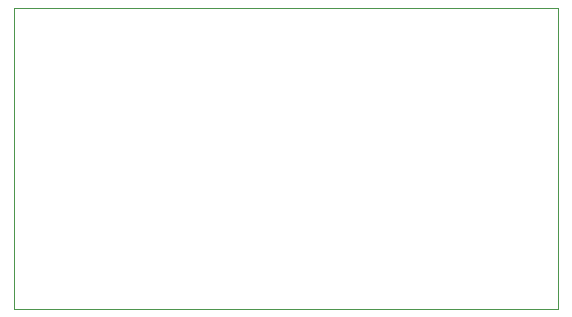
<source format=gm1>
G04 #@! TF.GenerationSoftware,KiCad,Pcbnew,6.0.2-378541a8eb~116~ubuntu20.04.1*
G04 #@! TF.CreationDate,2022-03-12T15:30:31-05:00*
G04 #@! TF.ProjectId,irinput_b3,6972696e-7075-4745-9f62-332e6b696361,rev?*
G04 #@! TF.SameCoordinates,Original*
G04 #@! TF.FileFunction,Profile,NP*
%FSLAX46Y46*%
G04 Gerber Fmt 4.6, Leading zero omitted, Abs format (unit mm)*
G04 Created by KiCad (PCBNEW 6.0.2-378541a8eb~116~ubuntu20.04.1) date 2022-03-12 15:30:31*
%MOMM*%
%LPD*%
G01*
G04 APERTURE LIST*
G04 #@! TA.AperFunction,Profile*
%ADD10C,0.100000*%
G04 #@! TD*
G04 APERTURE END LIST*
D10*
X173000000Y-87249000D02*
X173000471Y-112750881D01*
X126999528Y-87249118D02*
X173000000Y-87249000D01*
X126999118Y-112750471D02*
X126999528Y-87249118D01*
X173000471Y-112750881D02*
X126999118Y-112750471D01*
M02*

</source>
